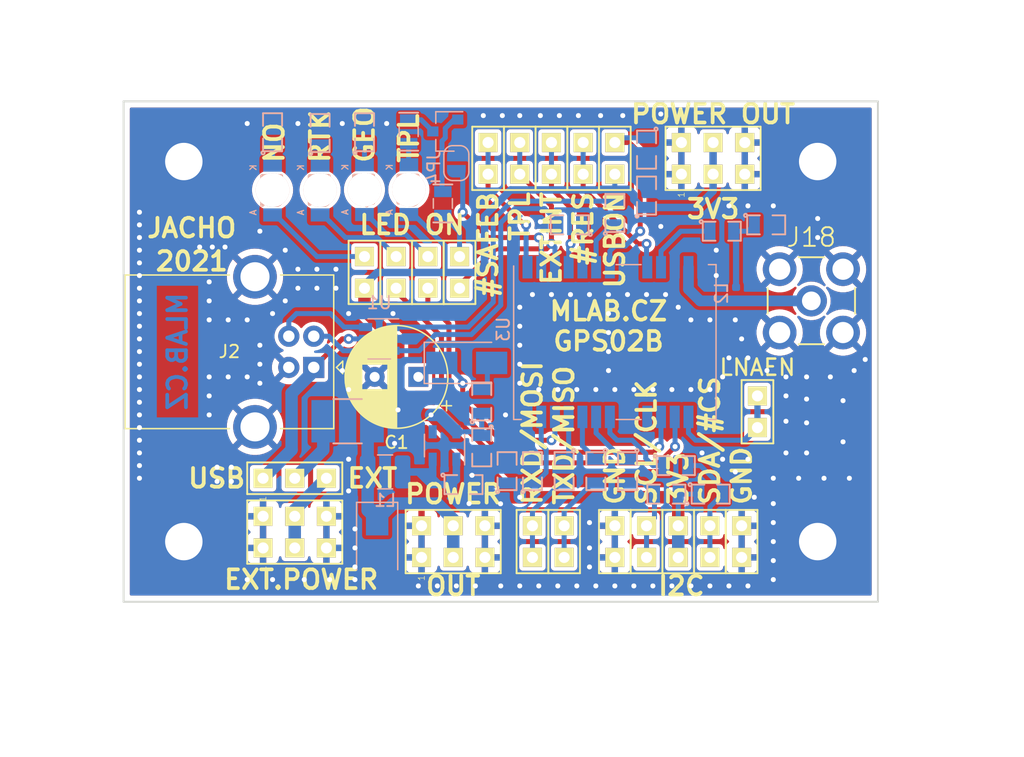
<source format=kicad_pcb>
(kicad_pcb (version 20221018) (generator pcbnew)
  (title_block (title "GPS02B") (date "2024-04-11") (rev "B") (company "Mlab www.mlab.cz") (comment 1 "VERSION") (comment 2 "GNSS reciever ready to RTK"))
  (layers (0 "F.Cu" signal) (31 "B.Cu" signal) (34 "B.Paste" user) (35 "F.Paste" user) (36 "B.SilkS" user "B.Silkscreen") (37 "F.SilkS" user "F.Silkscreen") (38 "B.Mask" user) (39 "F.Mask" user) (44 "Edge.Cuts" user))
  (net 0 "")
  (net 1 "GND")
  (net 2 "/VBACKUP")
  (net 3 "Net-(C2-Pad1)")
  (net 4 "+3V3")
  (net 5 "Net-(C7-Pad1)")
  (net 6 "Net-(D1-Pad2)")
  (net 7 "Net-(D2-Pad1)")
  (net 8 "Net-(D3-Pad1)")
  (net 9 "Net-(F1-Pad1)")
  (net 10 "Net-(J1-Pad3)")
  (net 11 "/D+")
  (net 12 "/D-")
  (net 13 "/VBUS")
  (net 14 "/TXD{slash}MISO")
  (net 15 "/RXD{slash}MOSI")
  (net 16 "/SDA{slash}#CS")
  (net 17 "/SCL{slash}CLK")
  (net 18 "/LNEN")
  (net 19 "/TIMEPULSE")
  (net 20 "Net-(Q1-Pad1)")
  (net 21 "Net-(JP7-Pad1)")
  (net 22 "/RTK_STAT")
  (net 23 "Net-(JP8-Pad1)")
  (net 24 "/GEO_STAT")
  (net 25 "Net-(R4-Pad1)")
  (net 26 "/DM")
  (net 27 "Net-(R5-Pad1)")
  (net 28 "/DP")
  (net 29 "Net-(R6-Pad1)")
  (net 30 "Net-(R7-Pad1)")
  (net 31 "Net-(R8-Pad1)")
  (net 32 "Net-(R9-Pad1)")
  (net 33 "Net-(R11-Pad1)")
  (net 36 "Net-(D4-Pad1)")
  (net 37 "Net-(D5-Pad1)")
  (net 38 "Net-(D6-Pad1)")
  (net 39 "Net-(D3-Pad2)")
  (net 40 "Net-(J16-Pad1)")
  (net 41 "/EXTINT")
  (net 42 "/#SAFEB")
  (net 43 "/#RESET")
  (net 44 "/VDD_USB")
  (net 45 "/D_SEL")
  (net 46 "Net-(J18-Pad1)")
  (net 47 "Net-(Q1-Pad3)")
  (footprint "Capacitor_THT:CP_Radial_D8.0mm_P3.50mm" (layer "F.Cu") (at 23.876 -18.288 180)
    (fp_text reference "C1")
    (fp_text value "1F" hide)
  )
  (footprint "Mlab_Pin_Headers:Straight_2x03" (layer "F.Cu") (at 13.97 -5.842 90)
    (fp_text reference "J1" hide)
    (fp_text value "HEADER_2x03_PARALLEL" hide)
  )
  (footprint "Connector_USB:USB_B_OST_USB-B1HSxx_Horizontal" (layer "F.Cu") (at 15.494 -19.05 180)
    (fp_text reference "J2")
    (fp_text value "USB_B")
  )
  (footprint "Mlab_Pin_Headers:Straight_2x03" (layer "F.Cu") (at 26.67 -5.08 90)
    (fp_text reference "J3" hide)
    (fp_text value "HEADER_2x03_PARALLEL" hide)
  )
  (footprint "Mlab_Pin_Headers:Straight_2x01" (layer "F.Cu") (at 35.56 -5.08 -90)
    (fp_text reference "J4" hide)
    (fp_text value "HEADER_2x01_PARALLEL" hide)
  )
  (footprint "Mlab_Pin_Headers:Straight_2x01" (layer "F.Cu") (at 33.02 -5.08 -90)
    (fp_text reference "J5" hide)
    (fp_text value "HEADER_2x01_PARALLEL" hide)
  )
  (footprint "Mlab_Pin_Headers:Straight_2x01" (layer "F.Cu") (at 47.244 -5.08 -90)
    (fp_text reference "J6" hide)
    (fp_text value "HEADER_2x01_PARALLEL" hide)
  )
  (footprint "Mlab_Pin_Headers:Straight_2x01" (layer "F.Cu") (at 44.704 -5.08 -90)
    (fp_text reference "J8" hide)
    (fp_text value "HEADER_2x01_PARALLEL" hide)
  )
  (footprint "Mlab_Pin_Headers:Straight_2x01" (layer "F.Cu") (at 49.784 -5.08 -90)
    (fp_text reference "J9" hide)
    (fp_text value "HEADER_2x01_PARALLEL" hide)
  )
  (footprint "Mlab_Pin_Headers:Straight_2x01" (layer "F.Cu") (at 39.624 -5.08 -90)
    (fp_text reference "J10" hide)
    (fp_text value "HEADER_2x01_PARALLEL" hide)
  )
  (footprint "Mlab_Pin_Headers:Straight_2x01" (layer "F.Cu") (at 34.544 -35.814 90)
    (fp_text reference "J11" hide)
    (fp_text value "HEADER_2x01_PARALLEL" hide)
  )
  (footprint "Mlab_Pin_Headers:Straight_2x01" (layer "F.Cu") (at 37.084 -35.814 -90)
    (fp_text reference "J13" hide)
    (fp_text value "HEADER_2x01_PARALLEL" hide)
  )
  (footprint "Mlab_Pin_Headers:Straight_2x01" (layer "F.Cu") (at 51.054 -15.494 -90)
    (fp_text reference "J14" hide)
    (fp_text value "HEADER_2x01_PARALLEL" hide)
  )
  (footprint "Mlab_Pin_Headers:Straight_2x03" (layer "F.Cu") (at 47.498 -35.814 90)
    (fp_text reference "J15" hide)
    (fp_text value "HEADER_2x03_PARALLEL" hide)
  )
  (footprint "Mlab_Pin_Headers:Straight_2x01" (layer "F.Cu") (at 32.004 -35.814 90)
    (fp_text reference "J16" hide)
    (fp_text value "HEADER_2x01_PARALLEL" hide)
  )
  (footprint "Mlab_CON:SMA6251A13G50" (layer "F.Cu") (at 55.372 -24.384)
    (fp_text reference "J18")
    (fp_text value "SMA" hide)
  )
  (footprint "Mlab_Pin_Headers:Straight_1x02" (layer "F.Cu") (at 27.178 -26.67 180)
    (fp_text reference "JP6" hide)
    (fp_text value "Jumper_2_Bridged" hide)
  )
  (footprint "Mlab_Pin_Headers:Straight_1x02" (layer "F.Cu") (at 22.098 -26.67 180)
    (fp_text reference "JP7" hide)
    (fp_text value "Jumper_2_Open" hide)
  )
  (footprint "Mlab_Pin_Headers:Straight_1x02" (layer "F.Cu") (at 24.638 -26.67 180)
    (fp_text reference "JP8" hide)
    (fp_text value "Jumper_2_Open" hide)
  )
  (footprint "Mlab_Mechanical:MountingHole_3mm" (layer "F.Cu") (at 5.08 -5.08)
    (fp_text reference "M1" hide)
    (fp_text value "HOLE" hide)
  )
  (footprint "Mlab_Mechanical:MountingHole_3mm" (layer "F.Cu") (at 55.88 -35.56)
    (fp_text reference "M2" hide)
    (fp_text value "HOLE" hide)
  )
  (footprint "Mlab_Mechanical:MountingHole_3mm" (layer "F.Cu") (at 55.88 -5.08)
    (fp_text reference "M3" hide)
    (fp_text value "HOLE" hide)
  )
  (footprint "Mlab_Mechanical:MountingHole_3mm" (layer "F.Cu") (at 5.08 -35.56)
    (fp_text reference "M4" hide)
    (fp_text value "HOLE" hide)
  )
  (footprint "Mlab_Pin_Headers:Straight_1x03" (layer "F.Cu") (at 13.97 -10.16 90)
    (fp_text reference "JP1" hide)
    (fp_text value "Jumper_3_Bridged12" hide)
  )
  (footprint "Mlab_Pin_Headers:Straight_1x02" (layer "F.Cu") (at 19.558 -26.67 180)
    (fp_text reference "JP9" hide)
    (fp_text value "Jumper_2_Open" hide)
  )
  (footprint "Mlab_Pin_Headers:Straight_1x02" (layer "F.Cu") (at 39.624 -35.814)
    (fp_text reference "JP2" hide)
    (fp_text value "Jumper_2_Bridged" hide)
  )
  (footprint "Mlab_Pin_Headers:Straight_2x01" (layer "F.Cu") (at 29.464 -35.814 -90)
    (fp_text reference "J12" hide)
    (fp_text value "HEADER_2x01_PARALLEL" hide)
  )
  (footprint "Mlab_Pin_Headers:Straight_2x01" (layer "F.Cu") (at 42.164 -5.08 -90)
    (fp_text reference "J7" hide)
    (fp_text value "HEADER_2x01_PARALLEL" hide)
  )
  (footprint "Mlab_R:SMD-0805" (layer "B.Cu") (at 28.956 -12.6365 -90)
    (fp_text reference "C3")
    (fp_text value "1uF")
  )
  (footprint "Mlab_R:SMD-0805" (layer "B.Cu") (at 42.164 -32.8295 90)
    (fp_text reference "C6")
    (fp_text value "1uF")
  )
  (footprint "Mlab_R:SMD-0805" (layer "B.Cu") (at 51.7525 -30.48)
    (fp_text reference "C7")
    (fp_text value "47pF")
  )
  (footprint "Diode_SMD:D_SMA" (layer "B.Cu") (at 27.75 -19.41)
    (fp_text reference "D1" hide)
    (fp_text value "M4" hide)
  )
  (footprint "Diode_SMD:D_SMA" (layer "B.Cu") (at 20.574 -4.826 -90)
    (fp_text reference "D2" hide)
    (fp_text value "M4" hide)
  )
  (footprint "Mlab_D:LED_1206" (layer "B.Cu") (at 12.192 -33.274 90)
    (fp_text reference "D3")
    (fp_text value "RED" hide)
  )
  (footprint "Mlab_D:LED_1206" (layer "B.Cu") (at 16.002 -33.274 90)
    (fp_text reference "D5")
    (fp_text value "YELLOW" hide)
  )
  (footprint "Mlab_D:LED_1206" (layer "B.Cu") (at 23.114 -33.306 90)
    (fp_text reference "D6")
    (fp_text value "GREEN" hide)
  )
  (footprint "Mlab_F:1812" (layer "B.Cu") (at 18.206 -14.732)
    (fp_text reference "F1" hide)
    (fp_text value "750mA" hide)
  )
  (footprint "Inductor_SMD:L_1210_3225Metric" (layer "B.Cu") (at 21.212 -10.668)
    (fp_text reference "L1")
    (fp_text value "NL322522T-101K" hide)
  )
  (footprint "Inductor_SMD:L_0402_1005Metric" (layer "B.Cu") (at 49.34 -24.99 -90)
    (fp_text reference "L2")
    (fp_text value "27nH" hide)
  )
  (footprint "Mlab_R:SMD-0805" (layer "B.Cu") (at 28.956 -16.3195 90)
    (fp_text reference "R1")
    (fp_text value "22R")
  )
  (footprint "Mlab_R:SMD-0805" (layer "B.Cu") (at 47.3075 -8.89)
    (fp_text reference "R2")
    (fp_text value "10k")
  )
  (footprint "Mlab_R:SMD-0805" (layer "B.Cu") (at 43.7515 -8.89 180)
    (fp_text reference "R3")
    (fp_text value "10k")
  )
  (footprint "Mlab_R:SMD-0805" (layer "B.Cu") (at 36.0045 -30.48 180)
    (fp_text reference "R4")
    (fp_text value "33R")
  )
  (footprint "Mlab_R:SMD-0805" (layer "B.Cu") (at 38.1 -10.7315 -90)
    (fp_text reference "R6")
    (fp_text value "33R")
  )
  (footprint "Mlab_R:SMD-0805" (layer "B.Cu") (at 35.56 -10.7315 -90)
    (fp_text reference "R7")
    (fp_text value "33R")
  )
  (footprint "Mlab_R:SMD-0805" (layer "B.Cu") (at 44.5135 -11.176)
    (fp_text reference "R8")
    (fp_text value "33R")
  )
  (footprint "Mlab_R:SMD-0805" (layer "B.Cu") (at 40.64 -10.7315 -90)
    (fp_text reference "R9")
    (fp_text value "33R")
  )
  (footprint "Mlab_R:SMD-0805" (layer "B.Cu") (at 12.192 -37.9095 90)
    (fp_text reference "R10")
    (fp_text value "620R")
  )
  (footprint "Mlab_R:SMD-0805" (layer "B.Cu") (at 48.1965 -29.972)
    (fp_text reference "R11")
    (fp_text value "10R")
  )
  (footprint "Mlab_R:SMD-0805" (layer "B.Cu") (at 16.002 -37.846 90)
    (fp_text reference "R13")
    (fp_text value "620R")
  )
  (footprint "RF_GPS:ublox_NEO" (layer "B.Cu") (at 39.624 -21.082 -90)
    (fp_text reference "U3")
    (fp_text value "NEO-M8P")
  )
  (footprint "Mlab_R:SMD-0805" (layer "B.Cu") (at 27.4955 -9.652)
    (fp_text reference "C2")
    (fp_text value "10uF")
  )
  (footprint "Package_TO_SOT_SMD:SOT-23-5" (layer "B.Cu") (at 25.974 -12.784 90)
    (fp_text reference "U2" hide)
    (fp_text value "MIC5504-3.3YM5" hide)
  )
  (footprint "Mlab_R:SMD-0805" (layer "B.Cu") (at 39.624 -31.4325 90)
    (fp_text reference "R5")
    (fp_text value "33R")
  )
  (footprint "Jumper:SolderJumper-2_P1.3mm_Open_RoundedPad1.0x1.5mm" (layer "B.Cu") (at 26.924 -35.433 -90)
    (fp_text reference "JP4")
    (fp_text value "Jumper_2_Open" hide)
  )
  (footprint "Mlab_R:SMD-0805" (layer "B.Cu") (at 30.988 -10.7315 90)
    (fp_text reference "C4")
    (fp_text value "100nF")
  )
  (footprint "Package_TO_SOT_SMD:SOT-23-6" (layer "B.Cu") (at 20.744 -21.336 180)
    (fp_text reference "U1")
    (fp_text value "USBLC6-2SC6" hide)
  )
  (footprint "Mlab_R:SMD-0805" (layer "B.Cu") (at 33.02 -10.7315 90)
    (fp_text reference "C5")
    (fp_text value "1uF")
  )
  (footprint "Mlab_R:SMD-0805" (layer "B.Cu") (at 42.164 -36.5125 -90)
    (fp_text reference "R15")
    (fp_text value "10k")
  )
  (footprint "Mlab_R:SMD-0805" (layer "B.Cu") (at 19.558 -37.9095 90)
    (fp_text reference "R12")
    (fp_text value "620R")
  )
  (footprint "Mlab_D:LED_1206" (layer "B.Cu") (at 19.558 -33.306 90)
    (fp_text reference "D4")
    (fp_text value "YELLOW" hide)
  )
  (footprint "Mlab_R:SMD-0805" (layer "B.Cu") (at 23.1 -37.9525 -90)
    (fp_text reference "R16")
    (fp_text value "220R")
  )
  (footprint "Mlab_R:SMD-0805" (layer "B.Cu") (at 25.84 -32.1975 90)
    (fp_text reference "R14")
    (fp_text value "220R")
  )
  (footprint "Package_TO_SOT_SMD:SOT-23" (layer "B.Cu") (at 26.035 -37.973 180)
    (fp_text reference "Q1" hide)
    (fp_text value "BC817-25" hide)
  )
  (gr_line (start 0.254 -0.254) (end 0.254 -40.386) (stroke (width 0.15)) (layer "Edge.Cuts"))
  (gr_line (start 0.254 -0.254) (end 60.706 -0.254) (stroke (width 0.15)) (layer "Edge.Cuts"))
  (gr_line (start 60.706 -40.386) (end 0.254 -40.386) (stroke (width 0.15)) (layer "Edge.Cuts"))
  (gr_line (start 60.706 -40.386) (end 60.706 -0.254) (stroke (width 0.15)) (layer "Edge.Cuts"))
  (gr_text "MLAB.CZ" (at 4.572 -20.32 90) (layer "B.Cu") (effects (font (size 1.5 1.5) (thickness 0.3)) (justify mirror)))
  (gr_text "EXT" (at 22.352 -10.16) (layer "F.SilkS") (effects (font (size 1.5 1.5) (thickness 0.3)) (justify right)))
  (gr_text "POWER" (at 26.67 -8.89) (layer "F.SilkS") (effects (font (size 1.5 1.5) (thickness 0.3))))
  (gr_text "OUT" (at 26.67 -1.524) (layer "F.SilkS") (effects (font (size 1.5 1.5) (thickness 0.3))))
  (gr_text "GND" (at 49.784 -7.874 90) (layer "F.SilkS") (effects (font (size 1.5 1.5) (thickness 0.3)) (justify left)))
  (gr_text "TXD/MISO" (at 35.56 -7.874 90) (layer "F.SilkS") (effects (font (size 1.5 1.5) (thickness 0.3)) (justify left)))
  (gr_text "RXD/MOSI" (at 33.02 -7.874 90) (layer "F.SilkS") (effects (font (size 1.5 1.5) (thickness 0.3)) (justify left)))
  (gr_text "LNAEN" (at 51.054 -19.05) (layer "F.SilkS") (effects (font (size 1.3 1.3) (thickness 0.2))))
  (gr_text "ON" (at 12.192 -35.306 270) (layer "F.SilkS") (effects (font (size 1.5 1.5) (thickness 0.3)) (justify right)))
  (gr_text "3V3" (at 47.498 -31.75) (layer "F.SilkS") (effects (font (size 1.5 1.5) (thickness 0.3))))
  (gr_text "#SAFEB" (at 29.464 -33.274 90) (layer "F.SilkS") (effects (font (size 1.5 1.5) (thickness 0.3)) (justify right)))
  (gr_text "USBON" (at 39.624 -33.274 90) (layer "F.SilkS") (effects (font (size 1.5 1.5) (thickness 0.3)) (justify right)))
  (gr_text "MLAB.CZ\nGPS02B" (at 39.116 -22.352) (layer "F.SilkS") (effects (font (size 1.5 1.5) (thickness 0.3))))
  (gr_text "2021" (at 5.715 -27.559) (layer "F.SilkS") (effects (font (size 1.5 1.5) (thickness 0.3))))
  (gr_text "RTK" (at 16.002 -35.306 90) (layer "F.SilkS") (effects (font (size 1.5 1.5) (thickness 0.3)) (justify left)))
  (gr_text "EXTINT" (at 34.544 -33.274 90) (layer "F.SilkS") (effects (font (size 1.5 1.5) (thickness 0.3)) (justify right)))
  (gr_text "USB" (at 10.16 -10.16) (layer "F.SilkS") (effects (font (size 1.5 1.5) (thickness 0.3)) (justify right)))
  (gr_text "3V3" (at 44.704 -7.874 90) (layer "F.SilkS") (effects (font (size 1.5 1.5) (thickness 0.3)) (justify left)))
  (gr_text "TPL" (at 23.114 -35.306 90) (layer "F.SilkS") (effects (font (size 1.5 1.5) (thickness 0.3)) (justify left)))
  (gr_text "SCL/CLK" (at 42.164 -7.874 90) (layer "F.SilkS") (effects (font (size 1.5 1.5) (thickness 0.3)) (justify left)))
  (gr_text "I2C" (at 44.958 -1.524) (layer "F.SilkS") (effects (font (size 1.5 1.5) (thickness 0.3))))
  (gr_text "JACHO" (at 5.715 -30.226) (layer "F.SilkS") (effects (font (size 1.5 1.5) (thickness 0.3))))
  (gr_text "LED ON" (at 23.368 -30.48) (layer "F.SilkS") (effects (font (size 1.5 1.5) (thickness 0.3))))
  (gr_text "#RES" (at 37.084 -33.274 90) (layer "F.SilkS") (effects (font (size 1.5 1.5) (thickness 0.3)) (justify right)))
  (gr_text "EXT.POWER" (at 20.828 -2.032) (layer "F.SilkS") (effects (font (size 1.5 1.5) (thickness 0.3)) (justify right)))
  (gr_text "SDA/#CS" (at 47.244 -7.874 90) (layer "F.SilkS") (effects (font (size 1.5 1.5) (thickness 0.3)) (justify left)))
  (gr_text "GEO" (at 19.558 -35.306 90) (layer "F.SilkS") (effects (font (size 1.5 1.5) (thickness 0.3)) (justify left)))
  (gr_text "POWER OUT" (at 47.498 -39.37) (layer "F.SilkS") (effects (font (size 1.5 1.5) (thickness 0.3))))
  (gr_text "GND" (at 39.624 -7.874 90) (layer "F.SilkS") (effects (font (size 1.5 1.5) (thickness 0.3)) (justify left)))
  (gr_text "TPL" (at 32.004 -33.274 90) (layer "F.SilkS") (effects (font (size 1.5 1.5) (thickness 0.3)) (justify right)))
  (segment (start 16.764 -2.032) (end 14.732 -2.032) (width 0.5) (layer "F.Cu") (net 1))
  (segment (start 47.244 -17.272) (end 48.26 -18.288) (width 0.5) (layer "F.Cu") (net 1))
  (segment (start 43.688 -24.892) (end 42.164 -24.892) (width 0.5) (layer "F.Cu") (net 1))
  (segment (start 49.784 -20.32) (end 50.292 -19.812) (width 0.5) (layer "F.Cu") (net 1))
  (segment (start 52.324 -11.176) (end 52.324 -10.16) (width 0.5) (layer "F.Cu") (net 1))
  (segment (start 12.192 -2.032) (end 10.16 -2.032) (width 0.5) (layer "F.Cu") (net 1))
  (segment (start 18.796 -4.572) (end 18.796 -6.096) (width 0.5) (layer "F.Cu") (net 1))
  (segment (start 51.816 -11.684) (end 52.324 -11.176) (width 0.5) (layer "F.Cu") (net 1))
  (segment (start 15.748 -26.924) (end 14.224 -26.924) (width 0.5) (layer "F.Cu") (net 1))
  (segment (start 41.148 -1.524) (end 42.672 -1.524) (width 0.5) (layer "F.Cu") (net 1))
  (segment (start 35.052 -17.272) (end 36.576 -17.272) (width 0.5) (layer "F.Cu") (net 1))
  (segment (start 52.324 -2.032) (end 52.324 -3.556) (width 0.5) (layer "F.Cu") (net 1))
  (segment (start 22.246182 -15.642182) (end 22.246182 -15.27218) (width 0.5) (layer "F.Cu") (net 1))
  (segment (start 44.196 -1.524) (end 45.72 -1.524) (width 0.5) (layer "F.Cu") (net 1))
  (segment (start 18.288 -18.288) (end 17.78 -18.796) (width 0.5) (layer "F.Cu") (net 1))
  (segment (start 32.004 -23.876) (end 32.004 -22.352) (width 0.5) (layer "F.Cu") (net 1))
  (segment (start 39.116 -24.892) (end 39.116 -23.368) (width 0.5) (layer "F.Cu") (net 1))
  (segment (start 52.324 -11.176) (end 53.34 -12.192) (width 0.5) (layer "F.Cu") (net 1))
  (segment (start 18.288 -17.272) (end 18.288 -18.288) (width 0.5) (layer "F.Cu") (net 1))
  (segment (start 41.148 -17.272) (end 42.672 -17.272) (width 0.5) (layer "F.Cu") (net 1))
  (segment (start 49.276 -10.668) (end 48.26 -11.684) (width 0.5) (layer "F.Cu") (net 1))
  (segment (start 54.356 -10.16) (end 56.388 -10.16) (width 0.5) (layer "F.Cu") (net 1))
  (segment (start 18.796 -3.048) (end 18.796 -2.032) (width 0.5) (layer "F.Cu") (net 1))
  (segment (start 48.768 -1.524) (end 50.292 -1.524) (width 0.5) (layer "F.Cu") (net 1))
  (segment (start 44.704 -23.876) (end 45.72 -22.86) (width 0.5) (layer "F.Cu") (net 1))
  (segment (start 30.448364 -8.128) (end 30.464182 -8.112182) (width 0.5) (layer "F.Cu") (net 1))
  (segment (start 51.308 -8.128) (end 50.8 -8.636) (width 0.5) (layer "F.Cu") (net 1))
  (segment (start 34.544 -24.892) (end 33.02 -24.892) (width 0.5) (layer "F.Cu") (net 1))
  (segment (start 36.576 -1.524) (end 38.1 -1.524) (width 0.5) (layer "F.Cu") (net 1))
  (segment (start 10.784 -26.32) (end 10.764 -26.32) (width 0.5) (layer "F.Cu") (net 1))
  (segment (start 50.292 -11.684) (end 51.816 -11.684) (width 0.5) (layer "F.Cu") (net 1))
  (segment (start 52.324 -8.128) (end 51.308 -8.128) (width 0.5) (layer "F.Cu") (net 1))
  (segment (start 50.038 -34.544) (end 50.038 -32.258) (width 0.5) (layer "F.Cu") (net 1))
  (segment (start 33.528 -1.524) (end 35.052 -1.524) (width 0.5) (layer "F.Cu") (net 1))
  (segment (start 44.196 -17.272) (end 45.72 -17.272) (width 0.5) (layer "F.Cu") (net 1))
  (segment (start 52.324 -5.08) (end 52.324 -6.604) (width 0.5) (layer "F.Cu") (net 1))
  (segment (start 14.224 -25.4) (end 15.748 -25.4) (width 0.5) (layer "F.Cu") (net 1))
  (segment (start 22.246182 -15.27218) (end 21.706002 -14.732) (width 0.5) (layer "F.Cu") (net 1))
  (segment (start 39.116 -21.844) (end 39.116 -20.32) (width 0.5) (layer "F.Cu") (net 1))
  (segment (start 33.02 -17.78) (end 33.528 -17.272) (width 0.5) (layer "F.Cu") (net 1))
  (segment (start 38.1 -17.272) (end 39.624 -17.272) (width 0.5) (layer "F.Cu") (net 1))
  (segment (start 12.7 -28.448) (end 11.176 -29.972) (width 0.5) (layer "F.Cu") (net 1))
  (segment (start 47.244 -1.524) (end 48.768 -1.524) (width 0.5) (layer "F.Cu") (net 1))
  (segment (start 49.784 -21.336) (end 49.784 -20.32) (width 0.5) (layer "F.Cu") (net 1))
  (segment (start 40.64 -24.892) (end 39.116 -24.892) (width 0.5) (layer "F.Cu") (net 1))
  (segment (start 30.48 -1.524) (end 32.004 -1.524) (width 0.5) (layer "F.Cu") (net 1))
  (segment (start 37.592 -3.048) (end 37.592 -4.572) (width 0.5) (layer "F.Cu") (net 1))
  (segment (start 32.004 -17.78) (end 33.02 -17.78) (width 0.5) (layer "F.Cu") (net 1))
  (segment (start 13.208 -28.448) (end 12.7 -28.448) (width 0.5) (layer "F.Cu") (net 1))
  (segment (start 32.004 -20.828) (end 32.004 -19.304) (width 0.5) (layer "F.Cu") (net 1))
  (segment (start 18.288 -9.144) (end 18.288 -11.684) (width 0.5) (layer "F.Cu") (net 1))
  (segment (start 47.244 -22.86) (end 49.276 -22.86) (width 0.5) (layer "F.Cu") (net 1))
  (segment (start 39.624 -1.524) (end 41.148 -1.524) (width 0.5) (layer "F.Cu") (net 1))
  (segment (start 58.42 -10.16) (end 58.42 -10.668) (width 0.5) (layer "F.Cu") (net 1))
  (segment (start 37.592 -24.892) (end 36.068 -24.892) (width 0.5) (layer "F.Cu") (net 1))
  (segment (start 27.94 -8.128) (end 30.448364 -8.128) (width 0.5) (layer "F.Cu") (net 1))
  (segment (start 21.336 -38.608) (end 17.78 -38.608) (width 0.5) (layer "F.Cu") (net 1))
  (segment (start 55.88 -30.988) (end 55.88 -29.464) (width 0.5) (layer "F.Cu") (net 1))
  (segment (start 47.752 -28.448) (end 47.752 -26.416) (width 0.5) (layer "F.Cu") (net 1))
  (segment (start 17.272 -25.4) (end 17.272 -26.924) (width 0.5) (layer "F.Cu") (net 1))
  (segment (start 10.764 -26.32) (end 8.382 -28.702) (width 0.5) (layer "F.Cu") (net 1))
  (segment (start 17.78 -38.608) (end 14.224 -38.608) (width 0.5) (layer "F.Cu") (net 1))
  (segment (start 53.34 -14.732) (end 53.34 -16.764) (width 0.5) (layer "F.Cu") (net 1))
  (segment (start 50.038 -32.258) (end 50.292 -32.004) (width 0.5) (layer "F.Cu") (net 1))
  (segment (start 12.192 -23.368) (end 13.208 -24.384) (width 0.5) (layer "F.Cu") (net 1))
  (segment (start 50.292 -32.004) (end 52.324 -32.004) (width 0.5) (layer "F.Cu") (net 1))
  (segment (start 23.876 -1.524) (end 25.4 -1.524) (width 0.5) (layer "F.Cu") (net 1))
  (segment (start 26.924 -1.524) (end 28.448 -1.524) (width 0.5) (layer "F.Cu") (net 1))
  (via (at 7.366 -28.702) (size 0.8) (drill 0.4) (layers "F.Cu" "B.Cu") (net 1))
  (via (at 6.35 -28.702) (size 0.8) (drill 0.4) (layers "F.Cu" "B.Cu") (net 1))
  (via (at 21.844 -23.368) (size 0.8) (drill 0.4) (layers "F.Cu" "B.Cu") (net 1))
  (via (at 33.655 -30.734) (size 0.8) (drill 0.4) (layers "F.Cu" "B.Cu") (net 1))
  (via (at 43.307 -30.353) (size 0.8) (drill 0.4) (layers "F.Cu" "B.Cu") (net 1))
  (via (at 46.609 -12.192) (size 0.8) (drill 0.4) (layers "F.Cu" "B.Cu") (net 1))
  (via (at 30.861 -15.24) (size 0.8) (drill 0.4) (layers "F.Cu" "B.Cu") (net 1))
  (via (at 21.971 -12.954) (size 0.8) (drill 0.4) (layers "F.Cu" "B.Cu") (net 1))
  (via (at 7.747 -11.049) (size 0.8) (drill 0.4) (layers "F.Cu" "B.Cu") (net 1))
  (via (at 7.747 -9.906) (size 0.8) (drill 0.4) (layers "F.Cu" "B.Cu") (net 1))
  (via (at 8.89 -9.906) (size 0.8) (drill 0.4) (layers "F.Cu" "B.Cu") (net 1))
  (via (at 8.89 -11.049) (size 0.8) (drill 0.4) (layers "F.Cu" "B.Cu") (net 1))
  (via (at 34.544 -24.892) (size 0.8) (drill 0.4) (layers "F.Cu" "B.Cu") (net 1))
  (via (at 13.208 -28.448) (size 0.8) (drill 0.4) (layers "F.Cu" "B.Cu") (net 1))
  (via (at 52.324 -2.032) (size 0.8) (drill 0.4) (layers "F.Cu" "B.Cu") (net 1))
  (via (at 30.48 -1.524) (size 0.8) (drill 0.4) (layers "F.Cu" "B.Cu") (net 1))
  (via (at 12.192 -23.368) (size 0.8) (drill 0.4) (layers "F.Cu" "B.Cu") (net 1))
  (via (at 44.704 -23.876) (size 0.8) (drill 0.4) (layers "F.Cu" "B.Cu") (net 1))
  (via (at 33.02 -24.892) (size 0.8) (drill 0.4) (layers "F.Cu" "B.Cu") (net 1))
  (via (at 53.34 -16.764) (size 0.8) (drill 0.4) (layers "F.Cu" "B.Cu") (net 1))
  (via (at 40.64 -24.892) (size 0.8) (drill 0.4) (layers "F.Cu" "B.Cu") (net 1))
  (via (at 7.112 -15.24) (size 0.8) (drill 0.4) (layers "F.Cu" "B.Cu") (net 1))
  (via (at 56.896 -18.288) (size 0.8) (drill 0.4) (layers "F.Cu" "B.Cu") (net 1))
  (via (at 39.116 -21.844) (size 0.8) (drill 0.4) (layers "F.Cu" "B.Cu") (net 1))
  (via (at 49.276 -10.668) (size 0.8) (drill 0.4) (layers "F.Cu" "B.Cu") (net 1))
  (via (at 41.148 -17.272) (size 0.8) (drill 0.4) (layers "F.Cu" "B.Cu") (net 1))
  (via (at 11.176 -17.78) (size 0.8) (drill 0.4) (layers "F.Cu" "B.Cu") (net 1))
  (via (at 37.592 -24.892) (size 0.8) (drill 0.4) (layers "F.Cu" "B.Cu") (net 1))
  (via (at 18.288 -9.144) (size 0.8) (drill 0.4) (layers "F.Cu" "B.Cu") (net 1))
  (via (at 35.052 -1.524) (size 0.8) (drill 0.4) (layers "F.Cu" "B.Cu") (net 1))
  (via (at 28.178182 -10.398182) (size 0.8) (drill 0.4) (layers "F.Cu" "B.Cu") (net 1))
  (via (at 57.912 -16.383) (size 0.8) (drill 0.4) (layers "F.Cu" "B.Cu") (net 1))
  (via (at 53.34 -12.192) (size 0.8) (drill 0.4) (layers "F.Cu" "B.Cu") (net 1))
  (via (at 36.576 -1.524) (size 0.8) (drill 0.4) (layers "F.Cu" "B.Cu") (net 1))
  (via (at 37.592 -3.048) (size 0.8) (drill 0.4) (layers "F.Cu" "B.Cu") (net 1))
  (via (at 1.524 -26.416) (size 0.8) (drill 0.4) (layers "F.Cu" "B.Cu") (net 1))
  (via (at 39.624 -1.524) (size 0.8) (drill 0.4) (layers "F.Cu" "B.Cu") (net 1))
  (via (at 21.336 -38.608) (size 0.8) (drill 0.4) (layers "F.Cu" "B.Cu") (net 1))
  (via (at 45.72 -17.272) (size 0.8) (drill 0.4) (layers "F.Cu" "B.Cu") (net 1))
  (via (at 13.208 -24.384) (size 0.8) (drill 0.4) (layers "F.Cu" "B.Cu") (net 1))
  (via (at 45.72 -1.524) (size 0.8) (drill 0.4) (layers "F.Cu" "B.Cu") (net 1))
  (via (at 54.991 -14.605) (size 0.8) (drill 0.4) (layers "F.Cu" "B.Cu") (net 1))
  (via (at 44.196 -17.272) (size 0.8) (drill 0.4) (layers "F.Cu" "B.Cu") (net 1))
  (via (at 18.288 -17.272) (size 0.8) (drill 0.4) (layers "F.Cu" "B.Cu") (net 1))
  (via (at 48.768 -19.812) (size 0.8) (drill 0.4) (layers "F.Cu" "B.Cu") (net 1))
  (via (at 15.748 -26.924) (size 0.8) (drill 0.4) (layers "F.Cu" "B.Cu") (net 1))
  (via (at 1.524 -30.48) (size 0.8) (drill 0.4) (layers "F.Cu" "B.Cu") (net 1))
  (via (at 28.448 -1.524) (size 0.8) (drill 0.4) (layers "F.Cu" "B.Cu") (net 1))
  (via (at 32.004 -23.876) (size 0.8) (drill 0.4) (layers "F.Cu" "B.Cu") (net 1))
  (via (at 7.112 -22.86) (size 0.8) (drill 0.4) (layers "F.Cu" "B.Cu") (net 1))
  (via (at 27.94 -8.128) (size 0.8) (drill 0.4) (layers "F.Cu" "B.Cu") (net 1))
  (via (at 32.004 -22.352) (size 0.8) (drill 0.4) (layers "F.Cu" "B.Cu") (net 1))
  (via (at 29.083 -39.243) (size 0.8) (drill 0.4) (layers "F.Cu" "B.Cu") (net 1))
  (via (at 15.748 -25.4) (size 0.8) (drill 0.4) (layers "F.Cu" "B.Cu") (net 1))
  (via (at 50.292 -1.524) (size 0.8) (drill 0.4) (layers "F.Cu" "B.Cu") (net 1))
  (via (at 7.112 -24.384) (size 0.8) (drill 0.4) (layers "F.Cu" "B.Cu") (net 1))
  (via (at 37.592 -4.572) (size 0.8) (drill 0.4) (layers "F.Cu" "B.Cu") (net 1))
  (via (at 54.991 -18.288) (size 0.8) (drill 0.4) (layers "F.Cu" "B.Cu") (net 1))
  (via (at 33.528 -17.272) (size 0.8) (drill 0.4) (layers "F.Cu" "B.Cu") (net 1))
  (via (at 1.524 -10.16) (size 0.8) (drill 0.4) (layers "F.Cu" "B.Cu") (net 1))
  (via (at 47.244 -17.272) (size 0.8) (drill 0.4) (layers "F.Cu" "B.Cu") (net 1))
  (via (at 10.16 -18.288) (size 0.8) (drill 0.4) (layers "F.Cu" "B.Cu") (net 1))
  (via (at 1.524 -15.24) (size 0.8) (drill 0.4) (layers "F.Cu" "B.Cu") (net 1))
  (via (at 33.528 -1.524) (size 0.8) (drill 0.4) (layers "F.Cu" "B.Cu") (net 1))
  (via (at 36.068 -24.892) (size 0.8) (drill 0.4) (layers "F.Cu" "B.Cu") (net 1))
  (via (at 37.592 -6.604) (size 0.8) (drill 0.4) (layers "F.Cu" "B.Cu") (net 1))
  (via (at 38.1 -17.272) (size 0.8) (drill 0.4) (layers "F.Cu" "B.Cu") (net 1))
  (via (at 1.524 -25.4) (size 0.8) (drill 0.4) (layers "F.Cu" "B.Cu") (net 1))
  (via (at 8.636 -18.288) (size 0.8) (drill 0.4) (layers "F.Cu" "B.Cu") (net 1))
  (via (at 17.272 -26.924) (size 0.8) (drill 0.4) (layers "F.Cu" "B.Cu") (net 1))
  (via (at 50.292 -11.684) (size 0.8) (drill 0.4) (layers "F.Cu" "B.Cu") (net 1))
  (via (at 36.703 -39.243) (size 0.8) (drill 0.4) (layers "F.Cu" "B.Cu") (net 1))
  (via (at 32.004 -20.828) (size 0.8) (drill 0.4) (layers "F.Cu" "B.Cu") (net 1))
  (via (at 56.388 -10.16) (size 0.8) (drill 0.4) (layers "F.Cu" "B.Cu") (net 1))
  (via (at 53.34 -14.732) (size 0.8) (drill 0.4) (layers "F.Cu" "B.Cu") (net 1))
  (via (at 18.288 -11.684) (size 0.8) (drill 0.4) (layers "F.Cu" "B.Cu") (net 1))
  (via (at 58.42 -10.16) (size 0.8) (drill 0.4) (layers "F.Cu" "B.Cu") (net 1))
  (via (at 47.244 -22.86) (size 0.8) (drill 0.4) (layers "F.Cu" "B.Cu") (net 1))
  (via (at 32.004 -17.78) (size 0.8) (drill 0.4) (layers "F.Cu" "B.Cu") (net 1))
  (via (at 1.524 -29.464) (size 0.8) (drill 0.4) (layers "F.Cu" "B.Cu") (net 1))
  (via (at 41.148 -1.524) (size 0.8) (drill 0.4) (layers "F.Cu" "B.Cu") (net 1))
  (via (at 50.292 -19.812) (size 0.8) (drill 0.4) (layers "F.Cu" "B.Cu") (net 1))
  (via (at 8.382 -28.702) (size 0.8) (drill 0.4) (layers "F.Cu" "B.Cu") (net 1))
  (via (at 16.764 -2.032) (size 0.8) (drill 0.4) (layers "F.Cu" "B.Cu") (net 1))
  (via (at 10.16 -38.608) (size 0.8) (drill 0.4) (layers "F.Cu" "B.Cu") (net 1))
  (via (at 55.88 -29.464) (size 0.8) (drill 0.4) (layers "F.Cu" "B.Cu") (net 1))
  (via (at 30.607 -39.243) (size 0.8) (drill 0.4) (layers "F.Cu" "B.Cu") (net 1))
  (via (at 1.524 -17.272) (size 0.8) (drill 0.4) (layers "F.Cu" "B.Cu") (net 1))
  (via (at 7.112 -18.288) (size 0.8) (drill 0.4) (layers "F.Cu" "B.Cu") (net 1))
  (via (at 22.246182 -15.642182) (size 0.8) (drill 0.4) (layers "F.Cu" "B.Cu") (net 1))
  (via (at 11.176 -19.304) (size 0.8) (drill 0.4) (layers "F.Cu" "B.Cu") (net 1))
  (via (at 39.116 -23.368) (size 0.8) (drill 0.4) (layers "F.Cu" "B.Cu") (net 1))
  (via (at 33.655 -39.243) (size 0.8) (drill 0.4) (layers "F.Cu" "B.Cu") (net 1))
  (via (at 52.324 -3.556) (size 0.8) (drill 0.4) (layers "F.Cu" "B.Cu") (net 1))
  (via (at 43.307 -39.37) (size 0.8) (drill 0.4) (layers "F.Cu" "B.Cu") (net 1))
  (via (at 11.176 -29.972) (size 0.8) (drill 0.4) (layers "F.Cu" "B.Cu") (net 1))
  (via (at 36.576 -17.272) (size 0.8) (drill 0.4) (layers "F.Cu" "B.Cu") (net 1))
  (via (at 38.481 -39.243) (size 0.8) (drill 0.4) (layers "F.Cu" "B.Cu") (net 1))
  (via (at 1.524 -18.288) (size 0.8) (drill 0.4) (layers "F.Cu" "B.Cu") (net 1))
  (via (at 42.672 -17.272) (size 0.8) (drill 0.4) (layers "F.Cu" "B.Cu") (net 1))
  (via (at 26.924 -1.524) (size 0.8) (drill 0.4) (layers "F.Cu" "B.Cu") (net 1))
  (via (at 35.052 -17.272) (size 0.8) (drill 0.4) (layers "F.Cu" "B.Cu") (net 1))
  (via (at 43.688 -24.892) (size 0.8) (drill 0.4) (layers "F.Cu" "B.Cu") (net 1))
  (via (at 10.16 -22.86) (size 0.8) (drill 0.4) (layers "F.Cu" "B.Cu") (net 1))
  (via (at 54.356 -10.16) (size 0.8) (drill 0.4) (layers "F.Cu" "B.Cu") (net 1))
  (via (at 1.524 -19.304) (size 0.8) (drill 0.4) (layers "F.Cu" "B.Cu") (net 1))
  (via (at 1.524 -23.368) (size 0.8) (drill 0.4) (layers "F.Cu" "B.Cu") (net 1))
  (via (at 52.324 -10.16) (size 0.8) (drill 0.4) (layers "F.Cu" "B.Cu") (net 1))
  (via (at 35.179 -39.243) (size 0.8) (drill 0.4) (layers "F.Cu" "B.Cu") (net 1))
  (via (at 1.524 -13.208) (size 0.8) (drill 0.4) (layers "F.Cu" "B.Cu") (net 1))
  (via (at 51.816 -18.796) (size 0.8) (drill 0.4) (layers "F.Cu" "B.Cu") (net 1))
  (via (at 18.796 -3.048) (size 0.8) (drill 0.4) (layers "F.Cu" "B.Cu") (net 1))
  (via (at 17.272 -25.4) (size 0.8) (drill 0.4) (layers "F.Cu" "B.Cu") (net 1))
  (via (at 39.116 -20.32) (size 0.8) (drill 0.4) (layers "F.Cu" "B.Cu") (net 1))
  (via (at 50.292 -32.004) (size 0.8) (drill 0.4) (layers "F.Cu" "B.Cu") (net 1))
  (via (at 17.78 -38.608) (size 0.8) (drill 0.4) (layers "F.Cu" "B.Cu") (net 1))
  (via (at 53.34 -18.288) (size 0.8) (drill 0.4) (layers "F.Cu" "B.Cu") (net 1))
  (via (at 1.524 -16.256) (size 0.8) (drill 0.4) (layers "F.Cu" "B.Cu") (net 1))
  (via (at 32.004 -19.304) (size 0.8) (drill 0.4) (layers "F.Cu" "B.Cu") (net 1))
  (via (at 1.524 -31.496) (size 0.8) (drill 0.4) (layers "F.Cu" "B.Cu") (net 1))
  (via (at 48.768 -1.524) (size 0.8) (drill 0.4) (layers "F.Cu" "B.Cu") (net 1))
  (via (at 12.192 -2.032) (size 0.8) (drill 0.4) (layers "F.Cu" "B.Cu") (net 1))
  (via (at 49.784 -21.336) (size 0.8) (drill 0.4) (layers "F.Cu" "B.Cu") (net 1))
  (via (at 25.4 -1.524) (size 0.8) (drill 0.4) (layers "F.Cu" "B.Cu") (net 1))
  (via (at 52.324 -5.08) (size 0.8) (drill 0.4) (layers "F.Cu" "B.Cu") (net 1))
  (via (at 14.224 -38.608) (size 0.8) (drill 0.4) (layers "F.Cu" "B.Cu") (net 1))
  (via (at 14.732 -2.032) (size 0.8) (drill 0.4) (layers "F.Cu" "B.Cu") (net 1))
  (via (at 1.524 -12.192) (size 0.8) (drill 0.4) (layers "F.Cu" "B.Cu") (net 1))
  (via (at 14.224 -26.924) (size 0.8) (drill 0.4) (layers "F.Cu" "B.Cu") (net 1))
  (via (at 52.324 -6.604) (size 0.8) (drill 0.4) (layers "F.Cu" "B.Cu") (net 1))
  (via (at 39.116 -18.796) (size 0.8) (drill 0.4) (layers "F.Cu" "B.Cu") (net 1))
  (via (at 47.752 -28.448) (size 0.8) (drill 0.4) (layers "F.Cu" "B.Cu") (net 1))
  (via (at 42.672 -1.524) (size 0.8) (drill 0.4) (layers "F.Cu" "B.Cu") (net 1))
  (via (at 42.164 -24.892) (size 0.8) (drill 0.4) (layers "F.Cu" "B.Cu") (net 1))
  (via (at 1.524 -11.176) (size 0.8) (drill 0.4) (layers "F.Cu" "B.Cu") (net 1))
  (via (at 44.196 -1.524) (size 0.8) (drill 0.4) (layers "F.Cu" "B.Cu") (net 1))
  (via (at 54.991 -12.192) (size 0.8) (drill 0.4) (layers "F.Cu" "B.Cu") (net 1))
  (via (at 40.259 -39.243) (size 0.8) (drill 0.4) (layers "F.Cu" "B.Cu") (net 1))
  (via (at 50.8 -8.636) (size 0.8) (drill 0.4) (layers "F.Cu" "B.Cu") (net 1))
  (via (at 18.796 -2.032) (size 0.8) (drill 0.4) (layers "F.Cu" "B.Cu") (net 1))
  (via (at 23.876 -1.524) (size 0.8) (drill 0.4) (layers "F.Cu" "B.Cu") (net 1))
  (via (at 55.88 -30.988) (size 0.8) (drill 0.4) (layers "F.Cu" "B.Cu") (net 1))
  (via (at 30.464182 -8.112182) (size 0.8) (drill 0.4) (layers "F.Cu" "B.Cu") (net 1))
  (via (at 48.26 -11.684) (size 0.8) (drill 0.4) (layers "F.Cu" "B.Cu") (net 1))
  (via (at 54.991 -16.51) (size 0.8) (drill 0.4) (layers "F.Cu" "B.Cu") (net 1))
  (via (at 7.112 -25.908) (size 0.8) (drill 0.4) (layers "F.Cu" "B.Cu") (net 1))
  (via (at 59.69 -19.685) (size 0.8) (drill 0.4) (layers "F.Cu" "B.Cu") (net 1))
  (via (at 47.752 -26.416) (size 0.8) (drill 0.4) (layers "F.Cu" "B.Cu") (net 1))
  (via (at 1.524 -24.384) (size 0.8) (drill 0.4) (layers "F.Cu" "B.Cu") (net 1))
  (via (at 17.78 -18.796) (size 0.8) (drill 0.4) (layers "F.Cu" "B.Cu") (net 1))
  (via (at 10.16 -2.032) (size 0.8) (drill 0.4) (layers "F.Cu" "B.Cu") (net 1))
  (via (at 57.912 -13.081) (size 0.8) (drill 0.4) (layers "F.Cu" "B.Cu") (net 1))
  (via (at 1.524 -22.352) (size 0.8) (drill 0.4) (layers "F.Cu" "B.Cu") (net 1))
  (via (at 18.288 -23.368) (size 0.8) (drill 0.4) (layers "F.Cu" "B.Cu") (net 1))
  (via (at 1.524 -28.448) (size 0.8) (drill 0.4) (layers "F.Cu" "B.Cu") (net 1))
  (via (at 39.624 -17.272) (size 0.8) (drill 0.4) (layers "F.Cu" "B.Cu") (net 1))
  (via (at 58.801 -18.796) (size 0.8) (drill 0.4) (layers "F.Cu" "B.Cu") (net 1))
  (via (at 52.324 -8.128) (size 0.8) (drill 0.4) (layers "F.Cu" "B.Cu") (net 1))
  (via (at 48.768 -32.004) (size 0.8) (drill 0.4) (layers "F.Cu" "B.Cu") (net 1))
  (via (at 1.524 -20.32) (size 0.8) (drill 0.4) (layers "F.Cu" "B.Cu") (net 1))
  (via (at 39.116 -24.892) (size 0.8) (drill 0.4) (layers "F.Cu" "B.Cu") (net 1))
  (via (at 45.72 -22.86) (size 0.8) (drill 0.4) (layers "F.Cu" "B.Cu") (net 1))
  (via (at 1.524 -27.432) (size 0.8) (drill 0.4) (layers "F.Cu" "B.Cu") (net 1))
  (via (at 18.796 -4.572) (size 0.8) (drill 0.4) (layers "F.Cu" "B.Cu") (net 1))
  (via (at 1.524 -14.224) (size 0.8) (drill 0.4) (layers "F.Cu" "B.Cu") (net 1))
  (via (at 18.796 -6.096) (size 0.8) (drill 0.4) (layers "F.Cu" "B.Cu") (net 1))
  (via (at 38.1 -1.524) (size 0.8) (drill 0.4) (layers "F.Cu" "B.Cu") (net 1))
  (via (at 7.112 -16.764) (size 0.8) (drill 0.4) (layers "F.Cu" "B.Cu") (net 1))
  (via (at 49.276 -22.86) (size 0.8) (drill 0.4) (layers "F.Cu" "B.Cu") (net 1))
  (via (at 47.244 -1.524) (size 0.8) (drill 0.4) (layers "F.Cu" "B.Cu") (net 1))
  (via (at 1.524 -21.336) (size 0.8) (drill 0.4) (layers "F.Cu" "B.Cu") (net 1))
  (via (at 52.324 -32.004) (size 0.8) (drill 0.4) (layers "F.Cu" "B.Cu") (net 1))
  (via (at 32.004 -39.243) (size 0.8) (drill 0.4) (layers "F.Cu" "B.Cu") (net 1))
  (via (at 32.004 -1.524) (size 0.8) (drill 0.4) (layers "F.Cu" "B.Cu") (net 1))
  (via (at 11.176 -20.828) (size 0.8) (drill 0.4) (layers "F.Cu" "B.Cu") (net 1))
  (via (at 8.636 -22.86) (size 0.8) (drill 0.4) (layers "F.Cu" "B.Cu") (net 1))
  (via (at 14.224 -25.4) (size 0.8) (drill 0.4) (layers "F.Cu" "B.Cu") (net 1))
  (via (at 48.26 -18.288) (size 0.8) (drill 0.4) (layers "F.Cu" "B.Cu") (net 1))
  (segment (start 54.864 -32.004) (end 55.88 -30.988) (width 0.5) (layer "B.Cu") (net 1))
  (segment (start 17.272 -25.4) (end 17.272 -24.384) (width 0.5) (layer "B.Cu") (net 1))
  (segment (start 42.164 -24.892) (end 40.64 -24.892) (width 0.5) (layer "B.Cu") (net 1))
  (segment (start 49.276 -22.86) (end 49.276 -21.844) (width 0.5) (layer "B.Cu") (net 1))
  (segment (start 28.178182 -8.366182) (end 27.94 -8.128) (width 0.5) (layer "B.Cu") (net 1))
  (segment (start 24.13 -3.81) (end 24.13 -1.778) (width 0.5) (layer "B.Cu") (net 1))
  (segment (start 25.4 -1.524) (end 26.924 -1.524) (width 0.5) (layer "B.Cu") (net 1))
  (segment (start 32.004 -1.524) (end 33.528 -1.524) (width 0.5) (layer "B.Cu") (net 1))
  (segment (start 52.324 -32.004) (end 54.864 -32.004) (width 0.5) (layer "B.Cu") (net 1))
  (segment (start 45.72 -22.86) (end 47.244 -22.86) (width 0.5) (layer "B.Cu") (net 1))
  (segment (start 14.732 -2.032) (end 12.192 -2.032) (width 0.5) (layer "B.Cu") (net 1))
  (segment (start 50.292 -19.812) (end 50.8 -19.812) (width 0.5) (layer "B.Cu") (net 1))
  (segment (start 48.26 -19.304) (end 48.768 -19.812) (width 0.5) (layer "B.Cu") (net 1))
  (segment (start 18.288 -11.684) (end 18.288 -17.272) (width 0.5) (layer "B.Cu") (net 1))
  (segment (start 45.72 -1.524) (end 47.244 -1.524) (width 0.5) (layer "B.Cu") (net 1))
  (segment (start 17.78 -38.608) (end 10.16 -38.608) (width 0.5) (layer "B.Cu") (net 1))
  (segment (start 32.004 -19.304) (end 32.004 -17.78) (width 0.5) (layer "B.Cu") (net 1))
  (segment (start 24.13 -1.778) (end 23.876 -1.524) (width 0.5) (layer "B.Cu") (net 1))
  (segment (start 36.576 -1.524) (end 36.576 -2.032) (width 0.5) (layer "B.Cu") (net 1))
  (segment (start 37.592 -4.572) (end 37.592 -6.604) (width 0.5) (layer "B.Cu") (net 1))
  (segment (start 50.292 -32.004) (end 48.768 -32.004) (width 0.5) (layer "B.Cu") (net 1))
  (segment (start 52.324 -3.556) (end 52.324 -5.08) (width 0.5) (layer "B.Cu") (net 1))
  (segment (start 16.51 -4.572) (end 18.796 -4.572) (width 0.5) (layer "B.Cu") (net 1))
  (segment (start 39.116 -20.32) (end 39.116 -18.796) (width 0.5) (layer "B.Cu") (net 1))
  (segment (start 52.324 -10.16) (end 54.356 -10.16) (width 0.5) (layer "B.Cu") (net 1))
  (segment (start 48.26 -11.684) (end 50.292 -11.684) (width 0.5) (layer "B.Cu") (net 1))
  (segment (start 42.672 -1.524) (end 44.196 -1.524) (width 0.5) (layer "B.Cu") (net 1))
  (segment (start 39.116 -23.368) (end 39.116 -21.844) (width 0.5) (layer "B.Cu") (net 1))
  (segment (start 11.684 -22.86) (end 12.192 -23.368) (width 0.5) (layer "B.Cu") (net 1))
  (segment (start 17.272 -26.924) (end 15.748 -26.924) (width 0.5) (layer "B.Cu") (net 1))
  (segment (start 18.796 -8.636) (end 18.288 -9.144) (width 0.5) (layer "B.Cu") (net 1))
  (segment (start 36.576 -2.032) (end 37.592 -3.048) (width 0.5) (layer "B.Cu") (net 1))
  (segment (start 10.16 -22.86) (end 11.684 -22.86) (width 0.5) (layer "B.Cu") (net 1))
  (segment (start 52.324 -6.604) (end 52.324 -8.128) (width 0.5) (layer "B.Cu") (net 1))
  (segment (start 44.424 -24.156) (end 44.704 -23.876) (width 0.5) (layer "B.Cu") (net 1))
  (segment (start 50.8 -8.636) (end 50.8 -9.144) (width 0.5) (layer "B.Cu") (net 1))
  (segment (start 28.448 -1.524) (end 30.48 -1.524) (width 0.5) (layer "B.Cu") (net 1))
  (segment (start 35.052 -1.524) (end 36.576 -1.524) (width 0.5) (layer "B.Cu") (net 1))
  (segment (start 44.424 -27.082) (end 44.424 -24.156) (width 0.5) (layer "B.Cu") (net 1))
  (segment (start 18.796 -6.096) (end 18.796 -8.636) (width 0.5) (layer "B.Cu") (net 1))
  (segment (start 28.178182 -10.398182) (end 28.178182 -8.366182) (width 0.5) (layer "B.Cu") (net 1))
  (segment (start 32.004 -22.352) (end 32.004 -20.828) (width 0.5) (layer "B.Cu") (net 1))
  (segment (start 53.34 -16.764) (end 53.34 -18.288) (width 0.5) (layer "B.Cu") (net 1))
  (segment (start 39.624 -17.272) (end 41.148 -17.272) (width 0.5) (layer "B.Cu") (net 1))
  (segment (start 51.816 -1.524) (end 52.324 -2.032) (width 0.5) (layer "B.Cu") (net 1))
  (segment (start 42.672 -17.272) (end 44.196 -17.272) (width 0.5) (layer "B.Cu") (net 1))
  (segment (start 39.116 -24.892) (end 37.592 -24.892) (width 0.5) (layer "B.Cu") (net 1))
  (segment (start 17.272 -24.384) (end 18.288 -23.368) (width 0.5) (layer "B.Cu") (net 1))
  (segment (start 20.376 -18.288) (end 22.246182 -16.417818) (width 0.5) (layer "B.Cu") (net 1))
  (segment (start 22.246182 -16.417818) (end 22.246182 -15.642182) (width 0.5) (layer "B.Cu") (net 1))
  (segment (start 50.292 -1.524) (end 51.816 -1.524) (width 0.5) (layer "B.Cu") (net 1))
  (segment (start 46.624 -27.082) (end 46.624 -27.32) (width 0.5) (layer "B.Cu") (net 1))
  (segment (start 50.8 -19.812) (end 51.816 -18.796) (width 0.5) (layer "B.Cu") (net 1))
  (segment (start 45.72 -17.272) (end 47.244 -17.272) (width 0.5) (layer "B.Cu") (net 1))
  (segment (start 33.02 -24.892) (end 32.004 -23.876) (width 0.5) (layer "B.Cu") (net 1))
  (segment (start 46.624 -27.32) (end 47.752 -28.448) (width 0.5) (layer "B.Cu") (net 1))
  (segment (start 53.34 -12.192) (end 53.34 -14.732) (width 0.5) (layer "B.Cu") (net 1))
  (segment (start 36.576 -17.272) (end 38.1 -17.272) (width 0.5) (layer "B.Cu") (net 1))
  (segment (start 13.208 -24.384) (end 14.224 -25.4) (width 0.5) (layer "B.Cu") (net 1))
  (segment (start 14.224 -27.432) (end 13.208 -28.448) (width 0.5) (layer "B.Cu") (net 1))
  (segment (start 28.448 -10.128364) (end 28.178182 -10.398182) (width 0.5) (layer "B.Cu") (net 1))
  (segment (start 28.448 -9.652) (end 28.448 -10.128364) (width 0.5) (layer "B.Cu") (net 1))
  (segment (start 18.796 -2.032) (end 16.764 -2.032) (width 0.5) (layer "B.Cu") (net 1))
  (segment (start 38.1 -1.524) (end 39.624 -1.524) (width 0.5) (layer "B.Cu") (net 1))
  (segment (start 49.276 -21.844) (end 49.784 -21.336) (width 0.5) (layer "B.Cu") (net 1))
  (segment (start 50.8 -9.144) (end 49.276 -10.668) (width 0.5) (layer "B.Cu") (net 1))
  (segment (start 56.388 -10.16) (end 58.42 -10.16) (width 0.5) (layer "B.Cu") (net 1))
  (segment (start 33.528 -17.272) (end 35.052 -17.272) (width 0.5) (layer "B.Cu") (net 1))
  (segment (start 44.704 -23.876) (end 43.688 -24.892) (width 0.5) (layer "B.Cu") (net 1))
  (segment (start 36.068 -24.892) (end 34.544 -24.892) (width 0.5) (layer "B.Cu") (net 1))
  (segment (start 14.224 -26.924) (end 14.224 -27.432) (width 0.5) (layer "B.Cu") (net 1))
  (segment (start 48.26 -18.288) (end 48.26 -19.304) (width 0.5) (layer "B.Cu") (net 1))
  (segment (start 15.748 -25.4) (end 17.272 -25.4) (width 0.5) (layer "B.Cu") (net 1))
  (segment (start 18.796 -6.096) (end 18.796 -3.048) (width 0.5) (layer "B.Cu") (net 1))
  (segment (start 27.432 -16.256) (end 27.432 -17.78) (width 0.4) (layer "F.Cu") (net 2))
  (segment (start 34.544 -13.208) (end 30.48 -13.208) (width 0.4) (layer "F.Cu") (net 2))
  (segment (start 30.48 -13.208) (end 27.432 -16.256) (width 0.4) (layer "F.Cu") (net 2))
  (via (at 27.432 -17.78) (size 0.8) (drill 0.4) (layers "F.Cu" "B.Cu") (net 2))
  (via (at 34.544 -13.208) (size 0.8) (drill 0.4) (layers "F.Cu" "B.Cu") (net 2))
  (segment (start 25.146 -19.558) (end 23.876 -18.288) (width 0.4) (layer "B.Cu") (net 2))
  (segment (start 26.091 -19.558) (end 25.146 -19.558) (width 0.4) (layer "B.Cu") (net 2))
  (segment (start 34.824 -13.488) (end 34.544 -13.208) (width 0.4) (layer "B.Cu") (net 2))
  (segment (start 27.432 -17.78) (end 27.432 -18.006) (width 0.4) (layer "B.Cu") (net 2))
  (segment (start 34.824 -15.082) (end 34.824 -13.488) (width 0.4) (layer "B.Cu") (net 2))
  (segment (start 27.432 -18.006) (end 25.908 -19.53) (width 0.4) (layer "B.Cu") (net 2))
  (segment (start 23.876 -10.668) (end 24.384 -10.16) (width 0.6) (layer "B.Cu") (net 3))
  (segment (start 23.368 -10.668) (end 24.892 -10.668) (width 0.6) (layer "B.Cu") (net 3))
  (segment (start 23.368 -10.668) (end 23.876 -10.668) (width 0.6) (layer "B.Cu") (net 3))
  (segment (start 26.924 -11.684) (end 26.924 -10.033) (width 0.6) (layer "B.Cu") (net 3))
  (segment (start 25.024 -10.536) (end 25.024 -10.155) (width 0.6) (layer "B.Cu") (net 3))
  (segment (start 24.76 -10.536) (end 24.384 -10.16) (width 0.6) (layer "B.Cu") (net 3))
  (segment (start 24.384 -10.16) (end 24.892 -9.652) (width 0.6) (layer "B.Cu") (net 3))
  (segment (start 25.024 -11.684) (end 25.024 -10.536) (width 0.6) (layer "B.Cu") (net 3))
  (segment (start 22.612 -10.668) (end 23.368 -10.668) (width 0.6) (layer "B.Cu") (net 3))
  (segment (start 26.924 -10.033) (end 26.543 -9.652) (width 0.6) (layer "B.Cu") (net 3))
  (segment (start 24.892 -10.668) (end 25.024 -10.536) (width 0.6) (layer "B.Cu") (net 3))
  (segment (start 26.543 -9.652) (end 24.892 -9.652) (width 0.6) (layer "B.Cu") (net 3))
  (segment (start 25.024 -10.155) (end 25.527 -9.652) (width 0.6) (layer "B.Cu") (net 3))
  (segment (start 25.024 -10.536) (end 24.76 -10.536) (width 0.6) (layer "B.Cu") (net 3))
  (segment (start 32.004 -8.636) (end 31.496 -8.636) (width 1) (layer "F.Cu") (net 4))
  (segment (start 19.558 -25.4) (end 19.558 -23.638) (width 1) (layer "F.Cu") (net 4))
  (segment (start 44.704 -8.112) (end 44.18 -8.636) (width 1) (layer "F.Cu") (net 4))
  (segment (start 19.558 -23.638) (end 22.262 -20.934) (width 1) (layer "F.Cu") (net 4))
  (segment (start 24.892 -15.24) (end 24.204 -15.24) (width 1) (layer "F.Cu") (net 4))
  (segment (start 24.204 -15.24) (end 22.262 -17.182) (width 1) (layer "F.Cu") (net 4))
  (segment (start 44.18 -8.636) (end 32.004 -8.636) (width 1) (layer "F.Cu") (net 4))
  (segment (start 31.496 -8.636) (end 24.892 -15.24) (width 1) (layer "F.Cu") (net 4))
  (segment (start 22.262 -20.934) (end 22.262 -17.182) (width 1) (layer "F.Cu") (net 4))
  (segment (start 44.704 -6.35) (end 44.704 -8.112) (width 1) (layer "F.Cu") (net 4))
  (via (at 32.004 -8.636) (size 0.8) (drill 0.4) (layers "F.Cu" "B.Cu") (net 4))
  (via (at 24.892 -15.24) (size 0.8) (drill 0.4) (layers "F.Cu" "B.Cu") (net 4))
  (segment (start 31.276037 -33.281999) (end 29.179981 -31.185943) (width 0.6) (layer "B.Cu") (net 4))
  (segment (start 30.988 -9.779) (end 33.02 -9.779) (width 0.7) (layer "B.Cu") (net 4))
  (segment (start 41.148 -32.512) (end 41.148 -32.904002) (width 0.6) (layer "B.Cu") (net 4))
  (segment (start 23.51512 -31.306) (end 23.114 -31.306) (width 0.4) (layer "B.Cu") (net 4))
  (segment (start 47.498 -33.182) (end 47.498 -34.544) (width 0.6) (layer "B.Cu") (net 4))
  (segment (start 46.193 -31.877) (end 47.498 -33.182) (width 0.6) (layer "B.Cu") (net 4))
  (segment (start 41.148 -32.724002) (end 41.148 -32.512) (width 0.4) (layer "B.Cu") (net 4))
  (segment (start 42.164 -31.877) (end 41.783 -31.877) (width 0.6) (layer "B.Cu") (net 4))
  (segment (start 42.164 -31.877) (end 46.193 -31.877) (width 0.6) (layer "B.Cu") (net 4))
  (segment (start 39.624 -34.544) (end 39.624 -33.382) (width 0.4) (layer "B.Cu") (net 4))
  (segment (start 32.004 -8.636) (end 32.004 -9.652) (width 1) (layer "B.Cu") (net 4))
  (segment (start 26.924 -13.884) (end 28.661 -13.884) (width 0.4) (layer "B.Cu") (net 4))
  (segment (start 26.016489 -28.804631) (end 23.51512 -31.306) (width 0.4) (layer "B.Cu") (net 4))
  (segment (start 41.783 -31.877) (end 41.148 -32.512) (width 0.6) (layer "B.Cu") (net 4))
  (segment (start 26.027999 -26.662001) (end 28.694001 -26.662001) (width 0.6) (layer "B.Cu") (net 4))
  (segment (start 38.525499 -33.329501) (end 38.477997 -33.281999) (width 0.6) (layer "B.Cu") (net 4))
  (segment (start 39.425501 -33.329501) (end 38.525499 -33.329501) (width 0.6) (layer "B.Cu") (net 4))
  (segment (start 29.179981 -27.147981) (end 29.179981 -27.755981) (width 0.6) (layer "B.Cu") (net 4))
  (segment (start 19.558 -25.4) (end 19.558 -25.654) (width 0.6) (layer "B.Cu") (net 4))
  (segment (start 26.016489 -26.673511) (end 26.016489 -28.804631) (width 0.4) (layer "B.Cu") (net 4))
  (segment (start 26.027999 -26.662001) (end 26.016489 -26.673511) (width 0.4) (layer "B.Cu") (net 4))
  (segment (start 46.355 -8.89) (end 44.704 -8.89) (width 0.4) (layer "B.Cu") (net 4))
  (segment (start 25.568 -15.24) (end 24.892 -15.24) (width 1) (layer "B.Cu") (net 4))
  (segment (start 44.704 -6.35) (end 44.704 -3.81) (width 1) (layer "B.Cu") (net 4))
  (segment (start 28.956 -15.367) (end 28.956 -13.589) (width 0.4) (layer "B.Cu") (net 4))
  (segment (start 40.642501 -33.229501) (end 41.148 -32.724002) (width 0.4) (layer "B.Cu") (net 4))
  (segment (start 34.1185 -10.6235) (end 33.274 -9.779) (width 0.4) (layer "B.Cu") (net 4))
  (segment (start 29.279981 -27.755981) (end 29.279982 -31.144524) (width 0.4) (layer "B.Cu") (net 4))
  (segment (start 44.704 -8.89) (end 44.704 -6.35) (width 0.4) (layer "B.Cu") (net 4))
  (segment (start 40.722501 -33.329501) (end 39.425501 -33.329501) (width 0.6) (layer "B.Cu") (net 4))
  (segment (start 33.724 -12.843002) (end 34.118501 -12.448501) (width 0.4) (layer "B.Cu") (net 4))
  (segment (start 38.477997 -33.281999) (end 31.276037 -33.281999) (width 0.6) (layer "B.Cu") (net 4))
  (segment (start 39.571501 -33.329501) (end 39.425501 -33.329501) (width 0.4) (layer "B.Cu") (net 4))
  (segment (start 39.624 -33.382) (end 39.571501 -33.329501) (width 0.4) (layer "B.Cu") (net 4))
  (segment (start 26.016489 -28.804631) (end 25.62556 -29.19556) (width 0.4) (layer "B.Cu") (net 4))
  (segment (start 20.566001 -26.662001) (end 26.027999 -26.662001) (width 0.6) (layer "B.Cu") (net 4))
  (segment (start 33.274 -9.779) (end 33.02 -9.779) (width 0.4) (layer "B.Cu") (net 4))
  (segment (start 47.498 -34.544) (end 47.498 -37.084) (width 0.6) (layer "B.Cu") (net 4))
  (segment (start 29.179981 -31.185943) (end 29.179981 -27.147981) (width 0.6) (layer "B.Cu") (net 4))
  (segment (start 19.558 -25.654) (end 20.566001 -26.662001) (width 0.6) (layer "B.Cu") (net 4))
  (segment (start 26.924 -13.884) (end 25.568 -15.24) (width 1) (layer "B.Cu") (net 4))
  (segment (start 33.724 -15.082) (end 33.724 -12.843002) (width 0.4) (layer "B.Cu") (net 4))
  (segment (start 28.661 -13.884) (end 28.956 -13.589) (width 0.4) (layer "B.Cu") (net 4))
  (segment (start 41.148 -32.904002) (end 40.722501 -33.329501) (width 0.6) (layer "B.Cu") (net 4))
  (segment (start 28.694001 -26.662001) (end 29.179981 -27.147981) (width 0.6) (layer "B.Cu") (net 4))
  (segment (start 31.364959 -33.229501) (end 40.642501 -33.229501) (width 0.4) (layer "B.Cu") (net 4))
  (segment (start 23.339 -31.306) (end 23.114 -31.306) (width 0.4) (layer "B.Cu") (net 4))
  (segment (start 34.118501 -12.448501) (end 34.1185 -10.6235) (width 0.4) (layer "B.Cu") (net 4))
  (segment (start 49.149 -29.972) (end 50.292 -29.972) (width 0.4) (layer "B.Cu") (net 5))
  (segment (start 49.34 -25.475) (end 49.34 -29.781) (width 0.5) (layer "B.Cu") (net 5))
  (segment (start 49.34 -29.781) (end 49.149 -29.972) (width 0.5) (layer "B.Cu") (net 5))
  (segment (start 50.292 -29.972) (end 50.8 -30.48) (width 0.4) (layer "B.Cu") (net 5))
  (segment (start 29.408 -17.724) (end 28.956 -17.272) (width 0.4) (layer "B.Cu") (net 6))
  (segment (start 29.408 -19.53) (end 29.408 -17.724) (width 0.4) (layer "B.Cu") (net 6))
  (segment (start 26.67 -6.858) (end 25.4 -8.128) (width 1) (layer "B.Cu") (net 7))
  (segment (start 26.67 -6.35) (end 26.67 -3.81) (width 1) (layer "B.Cu") (net 7))
  (segment (start 19.812 -14.388) (end 20.156 -14.732) (width 1) (layer "B.Cu") (net 7))
  (segment (start 19.812 -7.588) (end 20.574 -6.826) (width 1) (layer "B.Cu") (net 7))
  (segment (start 19.812 -10.668) (end 19.812 -7.588) (width 1) (layer "B.Cu") (net 7))
  (segment (start 21.876 -8.128) (end 20.574 -6.826) (width 1) (layer "B.Cu") (net 7))
  (segment (start 26.67 -6.35) (end 26.67 -6.858) (width 1) (layer "B.Cu") (net 7))
  (segment (start 19.812 -10.668) (end 19.812 -14.388) (width 1) (layer "B.Cu") (net 7))
  (segment (start 25.4 -8.128) (end 21.876 -8.128) (width 1) (layer "B.Cu") (net 7))
  (segment (start 12.192 -36.957) (end 12.192 -35.274) (width 0.4) (layer "B.Cu") (net 8))
  (segment (start 16.256 -14.732) (end 16.256 -12.446) (width 1) (layer "B.Cu") (net 9))
  (segment (start 16.256 -12.446) (end 13.97 -10.16) (width 1) (layer "B.Cu") (net 9))
  (segment (start 13.97 -7.112) (end 13.97 -7.62) (width 1) (layer "B.Cu") (net 10))
  (segment (start 13.97 -7.62) (end 16.51 -10.16) (width 1) (layer "B.Cu") (net 10))
  (segment (start 13.97 -7.112) (end 13.97 -4.572) (width 1) (layer "B.Cu") (net 10))
  (segment (start 14.109919 -23.368) (end 16.833 -23.368) (width 0.4) (layer "B.Cu") (net 11))
  (segment (start 13.494 -21.55) (end 13.494 -22.752081) (width 0.4) (layer "B.Cu") (net 11))
  (segment (start 17.915 -22.286) (end 19.644 -22.286) (width 0.4) (layer "B.Cu") (net 11))
  (segment (start 13.494 -22.752081) (end 14.109919 -23.368) (width 0.4) (layer "B.Cu") (net 11))
  (segment (start 16.833 -23.368) (end 17.915 -22.286) (width 0.4) (layer "B.Cu") (net 11))
  (segment (start 18.714 -20.386) (end 19.644 -20.386) (width 0.4) (layer "B.Cu") (net 12))
  (segment (start 16.696081 -21.55) (end 17.860081 -20.386) (width 0.4) (layer "B.Cu") (net 12))
  (segment (start 17.860081 -20.386) (end 18.714 -20.386) (width 0.4) (layer "B.Cu") (net 12))
  (segment (start 15.494 -21.55) (end 16.696081 -21.55) (width 0.4) (layer "B.Cu") (net 12))
  (segment (start 18.288 -21.336) (end 17.78 -21.336) (width 0.4) (layer "F.Cu") (net 13))
  (segment (start 17.78 -21.336) (end 15.494 -19.05) (width 0.4) (layer "F.Cu") (net 13))
  (segment (start 16.256 -19.812) (end 15.494 -19.05) (width 0.4) (layer "F.Cu") (net 13))
  (via (at 18.288 -21.336) (size 0.8) (drill 0.4) (layers "F.Cu" "B.Cu") (net 13))
  (segment (start 13.716 -12.446) (end 13.716 -16.977998) (width 1) (layer "B.Cu") (net 13))
  (segment (start 15.494 -18.755998) (end 15.494 -19.05) (width 1) (layer "B.Cu") (net 13))
  (segment (start 13.716 -16.977998) (end 15.494 -18.755998) (width 1) (layer "B.Cu") (net 13))
  (segment (start 11.43 -10.16) (end 13.716 -12.446) (width 1) (layer "B.Cu") (net 13))
  (segment (start 19.644 -21.336) (end 18.288 -21.336) (width 0.4) (layer "B.Cu") (net 13))
  (segment (start 36.322 -8.255) (end 36.303 -8.255) (width 0.4) (layer "B.Cu") (net 14))
  (segment (start 35.56 -3.81) (end 35.56 -6.35) (width 0.4) (layer "B.Cu") (net 14))
  (segment (start 38.1 -9.779) (end 37.846 -9.779) (width 0.4) (layer "B.Cu") (net 14))
  (segment (start 35.56 -7.512) (end 35.56 -6.35) (width 0.4) (layer "B.Cu") (net 14))
  (segment (start 37.846 -9.779) (end 36.322 -8.255) (width 0.4) (layer "B.Cu") (net 14))
  (segment (start 36.303 -8.255) (end 35.56 -7.512) (width 0.4) (layer "B.Cu") (net 14))
  (segment (start 33.02 -6.35) (end 33.02 -7.512) (width 0.4) (layer "B.Cu") (net 15))
  (segment (start 33.02 -6.35) (end 33.02 -3.81) (width 0.4) (layer "B.Cu") (net 15))
  (segment (start 33.02 -7.512) (end 35.287 -9.779) (width 0.4) (layer "B.Cu") (net 15))
  (segment (start 35.287 -9.779) (end 35.56 -9.779) (width 0.4) (layer "B.Cu") (net 15))
  (segment (start 48.26 -8.89) (end 48.26 -9.398) (width 0.4) (layer "B.Cu") (net 16))
  (segment (start 47.244 -7.874) (end 48.26 -8.89) (width 0.4) (layer "B.Cu") (net 16))
  (segment (start 45.974 -11.176) (end 45.466 -11.176) (width 0.4) (layer "B.Cu") (net 16))
  (segment (start 47.244 -6.35) (end 47.244 -3.81) (width 0.4) (layer "B.Cu") (net 16))
  (segment (start 47.244 -6.35) (end 47.244 -7.874) (width 0.4) (layer "B.Cu") (net 16))
  (segment (start 48.26 -9.398) (end 46.482 -11.176) (width 0.4) (layer "B.Cu") (net 16))
  (segment (start 46.482 -11.176) (end 45.974 -11.176) (width 0.4) (layer "B.Cu") (net 16))
  (segment (start 41.91 -9.779) (end 42.799 -8.89) (width 0.4) (layer "B.Cu") (net 17))
  (segment (start 42.164 -6.35) (end 42.164 -3.81) (width 0.4) (layer "B.Cu") (net 17))
  (segment (start 42.799 -6.985) (end 42.164 -6.35) (width 0.4) (layer "B.Cu") (net 17))
  (segment (start 42.799 -8.89) (end 42.799 -6.985) (width 0.4) (layer "B.Cu") (net 17))
  (segment (start 40.894 -9.779) (end 40.64 -9.779) (width 0.4) (layer "B.Cu") (net 17))
  (segment (start 40.64 -9.779) (end 41.91 -9.779) (width 0.4) (layer "B.Cu") (net 17))
  (segment (start 45.524 -15.082) (end 45.524 -13.782) (width 0.4) (layer "B.Cu") (net 18))
  (segment (start 49.892 -13.208) (end 50.038 -13.208) (width 0.5) (layer "B.Cu") (net 18))
  (segment (start 46.098 -13.208) (end 49.892 -13.208) (width 0.4) (layer "B.Cu") (net 18))
  (segment (start 45.524 -13.782) (end 46.098 -13.208) (width 0.4) (layer "B.Cu") (net 18))
  (segment (start 50.038 -13.208) (end 51.054 -14.224) (width 0.5) (layer "B.Cu") (net 18))
  (segment (start 51.054 -16.764) (end 51.054 -14.224) (width 0.5) (layer "B.Cu") (net 18))
  (segment (start 27.178 -29.907) (end 25.84 -31.245) (width 0.4) (layer "B.Cu") (net 19))
  (segment (start 27.178 -27.94) (end 27.178 -29.907) (width 0.4) (layer "B.Cu") (net 19))
  (segment (start 25.773352 -37.203352) (end 25.773352 -33.216648) (width 0.4) (layer "B.Cu") (net 20))
  (segment (start 27.035 -38.923) (end 26.731 -38.923) (width 0.4) (layer "B.Cu") (net 20))
  (segment (start 26.035 -38.227) (end 26.035 -37.465) (width 0.4) (layer "B.Cu") (net 20))
  (segment (start 26.035 -37.465) (end 25.773352 -37.203352) (width 0.4) (layer "B.Cu") (net 20))
  (segment (start 26.731 -38.923) (end 26.035 -38.227) (width 0.4) (layer "B.Cu") (net 20))
  (segment (start 25.773352 -33.216648) (end 25.84 -33.15) (width 0.4) (layer "B.Cu") (net 20))
  (segment (start 25.729448 -21.514552) (end 25.729449 -16.094009) (width 0.4) (layer "F.Cu") (net 21))
  (segment (start 22.098 -25.4) (end 22.098 -25.146) (width 0.4) (layer "F.Cu") (net 21))
  (segment (start 30.431462 -11.391996) (end 43.141996 -11.391996) (width 0.4) (layer "F.Cu") (net 21))
  (segment (start 22.098 -25.146) (end 25.729448 -21.514552) (width 0.4) (layer "F.Cu") (net 21))
  (segment (start 25.729449 -16.094009) (end 30.431462 -11.391996) (width 0.4) (layer "F.Cu") (net 21))
  (segment (start 43.141996 -11.391996) (end 44.45 -12.7) (width 0.4) (layer "F.Cu") (net 21))
  (via (at 44.45 -12.7) (size 0.8) (drill 0.4) (layers "F.Cu" "B.Cu") (net 21))
  (segment (start 44.45 -15.056) (end 44.424 -15.082) (width 0.4) (layer "B.Cu") (net 21))
  (segment (start 44.45 -12.7) (end 44.45 -15.056) (width 0.4) (layer "B.Cu") (net 21))
  (segment (start 18.034 -29.464) (end 20.574 -29.464) (width 0.4) (layer "B.Cu") (net 22))
  (segment (start 16.227 -31.274) (end 16.767 -30.734) (width 0.4) (layer "B.Cu") (net 22))
  (segment (start 20.574 -29.464) (end 22.098 -27.94) (width 0.4) (layer "B.Cu") (net 22))
  (segment (start 16.767 -30.734) (end 16.767 -30.731) (width 0.4) (layer "B.Cu") (net 22))
  (segment (start 16.767 -30.731) (end 18.034 -29.464) (width 0.4) (layer "B.Cu") (net 22))
  (segment (start 16.002 -31.274) (end 16.227 -31.274) (width 0.4) (layer "B.Cu") (net 22))
  (segment (start 26.329458 -22.546542) (end 24.638 -24.238) (width 0.4) (layer "F.Cu") (net 23))
  (segment (start 42.729693 -12.249693) (end 30.422307 -12.249693) (width 0.4) (layer "F.Cu") (net 23))
  (segment (start 26.329458 -16.342542) (end 26.329458 -22.546542) (width 0.4) (layer "F.Cu") (net 23))
  (segment (start 43.18 -12.7) (end 42.729693 -12.249693) (width 0.4) (layer "F.Cu") (net 23))
  (segment (start 24.638 -24.238) (end 24.638 -25.4) (width 0.4) (layer "F.Cu") (net 23))
  (segment (start 30.422307 -12.249693) (end 26.329458 -16.342542) (width 0.4) (layer "F.Cu") (net 23))
  (via (at 43.18 -12.7) (size 0.8) (drill 0.4) (layers "F.Cu" "B.Cu") (net 23))
  (segment (start 43.324 -12.844) (end 43.18 -12.7) (width 0.4) (layer "B.Cu") (net 23))
  (segment (start 43.324 -15.082) (end 43.324 -12.844) (width 0.4) (layer "B.Cu") (net 23))
  (segment (start 22.86 -29.718) (end 24.638 -27.94) (width 0.4) (layer "B.Cu") (net 24))
  (segment (start 19.558 -31.306) (end 19.748 -31.306) (width 0.4) (layer "B.Cu") (net 24))
  (segment (start 19.748 -31.306) (end 21.336 -29.718) (width 0.4) (layer "B.Cu") (net 24))
  (segment (start 21.336 -29.718) (end 22.86 -29.718) (width 0.4) (layer "B.Cu") (net 24))
  (segment (start 37.024 -27.082) (end 37.024 -30.413) (width 0.4) (layer "B.Cu") (net 25))
  (segment (start 37.024 -30.413) (end 36.957 -30.48) (width 0.4) (layer "B.Cu") (net 25))
  (segment (start 28.122533 -21.685991) (end 30.48 -24.043458) (width 0.4) (layer "B.Cu") (net 26))
  (segment (start 34.00101 -31.78499) (end 35.052 -30.734) (width 0.4) (layer "B.Cu") (net 26))
  (segment (start 25.241991 -21.685991) (end 28.122533 -21.685991) (width 0.4) (layer "B.Cu") (net 26))
  (segment (start 30.48 -24.043458) (end 30.48 -30.647458) (width 0.4) (layer "B.Cu") (net 26))
  (segment (start 31.617532 -31.78499) (end 34.00101 -31.78499) (width 0.4) (layer "B.Cu") (net 26))
  (segment (start 21.844 -20.386) (end 23.942 -20.386) (width 0.4) (layer "B.Cu") (net 26))
  (segment (start 35.052 -30.734) (end 35.052 -30.48) (width 0.4) (layer "B.Cu") (net 26))
  (segment (start 23.942 -20.386) (end 25.241991 -21.685991) (width 0.4) (layer "B.Cu") (net 26))
  (segment (start 30.48 -30.647458) (end 31.617532 -31.78499) (width 0.4) (layer "B.Cu") (net 26))
  (segment (start 39.37 -30.48) (end 39.624 -30.48) (width 0.4) (layer "B.Cu") (net 27))
  (segment (start 38.124 -29.234) (end 39.37 -30.48) (width 0.4) (layer "B.Cu") (net 27))
  (segment (start 38.124 -27.082) (end 38.124 -29.234) (width 0.4) (layer "B.Cu") (net 27))
  (segment (start 39.116 -32.385) (end 31.369 -32.385) (width 0.4) (layer "B.Cu") (net 28))
  (segment (start 21.844 -22.286) (end 27.874 -22.286) (width 0.4) (layer "B.Cu") (net 28))
  (segment (start 31.369 -32.385) (end 29.879991 -30.895991) (width 0.4) (layer "B.Cu") (net 28))
  (segment (start 29.879991 -30.895991) (end 29.87999 -24.29199) (width 0.4) (layer "B.Cu") (net 28))
  (segment (start 27.874 -22.286) (end 28.956 -23.368) (width 0.4) (layer "B.Cu") (net 28))
  (segment (start 29.87999 -24.29199) (end 28.956 -23.368) (width 0.4) (layer "B.Cu") (net 28))
  (segment (start 38.1 -11.684) (end 37.024 -12.76) (width 0.4) (layer "B.Cu") (net 29))
  (segment (start 37.024 -12.76) (end 37.024 -15.082) (width 0.4) (layer "B.Cu") (net 29))
  (segment (start 35.924 -12.048) (end 35.56 -11.684) (width 0.4) (layer "B.Cu") (net 30))
  (segment (start 35.924 -15.082) (end 35.924 -12.048) (width 0.4) (layer "B.Cu") (net 30))
  (segment (start 42.1005 -11.7475) (end 42.1005 -12.1285) (width 0.4) (layer "B.Cu") (net 31))
  (segment (start 39.224 -13.782) (end 39.798 -13.208) (width 0.4) (layer "B.Cu") (net 31))
  (segment (start 41.021 -13.208) (end 39.798 -13.208) (width 0.4) (layer "B.Cu") (net 31))
  (segment (start 43.561 -11.176) (end 42.672 -11.176) (width 0.4) (layer "B.Cu") (net 31))
  (segment (start 42.672 -11.176) (end 42.1005 -11.7475) (width 0.4) (layer "B.Cu") (net 31))
  (segment (start 43.307 -10.668) (end 43.307 -10.922) (width 0.4) (layer "B.Cu") (net 31))
  (segment (start 42.1005 -12.1285) (end 41.021 -13.208) (width 0.4) (layer "B.Cu") (net 31))
  (segment (start 39.224 -15.082) (end 39.224 -13.782) (width 0.4) (layer "B.Cu") (net 31))
  (segment (start 38.124 -15.082) (end 38.124 -13.782) (width 0.4) (layer "B.Cu") (net 32))
  (segment (start 40.222 -11.684) (end 40.64 -11.684) (width 0.4) (layer "B.Cu") (net 32))
  (segment (start 38.124 -13.782) (end 40.222 -11.684) (width 0.4) (layer "B.Cu") (net 32))
  (segment (start 43.324 -27.082) (end 43.324 -28.382) (width 0.4) (layer "B.Cu") (net 33))
  (segment (start 43.324 -28.382) (end 44.914 -29.972) (width 0.4) (layer "B.Cu") (net 33))
  (segment (start 44.914 -29.972) (end 46.3995 -29.972) (width 0.4) (layer "B.Cu") (net 33))
  (segment (start 46.3995 -29.972) (end 47.244 -29.972) (width 0.4) (layer "B.Cu") (net 33))
  (segment (start 19.558 -36.957) (end 19.558 -35.306) (width 0.4) (layer "B.Cu") (net 36))
  (segment (start 16.002 -36.8935) (end 16.002 -35.274) (width 0.4) (layer "B.Cu") (net 37))
  (segment (start 23.1 -37) (end 23.1 -35.32) (width 0.4) (layer "B.Cu") (net 38))
  (segment (start 23.1 -35.32) (end 23.114 -35.306) (width 0.4) (layer "B.Cu") (net 38))
  (segment (start 18.396 -27.94) (end 19.558 -27.94) (width 0.4) (layer "B.Cu") (net 39))
  (segment (start 12.417 -31.274) (end 15.751 -27.94) (width 0.4) (layer "B.Cu") (net 39))
  (segment (start 12.192 -31.274) (end 12.417 -31.274) (width 0.4) (layer "B.Cu") (net 39))
  (segment (start 15.751 -27.94) (end 18.396 -27.94) (width 0.4) (layer "B.Cu") (net 39))
  (segment (start 27.178 -25.654) (end 30.080001 -28.556001) (width 0.4) (layer "F.Cu") (net 40))
  (segment (start 27.178 -25.4) (end 27.178 -25.654) (width 0.4) (layer "F.Cu") (net 40))
  (segment (start 32.004 -34.544) (end 34.544 -32.004) (width 0.4) (layer "F.Cu") (net 40))
  (segment (start 34.144001 -28.556001) (end 34.544 -28.956) (width 0.4) (layer "F.Cu") (net 40))
  (segment (start 34.544 -32.004) (end 34.544 -28.956) (width 0.4) (layer "F.Cu") (net 40))
  (segment (start 30.080001 -28.556001) (end 34.144001 -28.556001) (width 0.4) (layer "F.Cu") (net 40))
  (via (at 34.544 -28.956) (size 0.8) (drill 0.4) (layers "F.Cu" "B.Cu") (net 40))
  (segment (start 34.824 -27.082) (end 34.824 -28.676) (width 0.4) (layer "B.Cu") (net 40))
  (segment (start 32.004 -34.544) (end 32.004 -37.084) (width 0.4) (layer "B.Cu") (net 40))
  (segment (start 34.824 -28.676) (end 34.544 -28.956) (width 0.4) (layer "B.Cu") (net 40))
  (segment (start 36.068 -31.858) (end 36.068 -29.521685) (width 0.4) (layer "F.Cu") (net 41))
  (segment (start 34.544 -33.382) (end 36.068 -31.858) (width 0.4) (layer "F.Cu") (net 41))
  (segment (start 36.068 -29.521685) (end 36.068 -28.956) (width 0.4) (layer "F.Cu") (net 41))
  (segment (start 34.544 -34.544) (end 34.544 -33.382) (width 0.4) (layer "F.Cu") (net 41))
  (via (at 36.068 -28.956) (size 0.8) (drill 0.4) (layers "F.Cu" "B.Cu") (net 41))
  (segment (start 34.544 -34.544) (end 34.544 -37.084) (width 0.4) (layer "B.Cu") (net 41))
  (segment (start 35.924 -28.812) (end 36.068 -28.956) (width 0.4) (layer "B.Cu") (net 41))
  (segment (start 35.924 -27.082) (end 35.924 -28.812) (width 0.4) (layer "B.Cu") (net 41))
  (segment (start 32.366 -30.48) (end 32.512 -30.48) (width 0.4) (layer "F.Cu") (net 42))
  (segment (start 29.464 -33.382) (end 32.366 -30.48) (width 0.4) (layer "F.Cu") (net 42))
  (segment (start 29.464 -34.544) (end 29.464 -33.382) (width 0.4) (layer "F.Cu") (net 42))
  (via (at 32.512 -30.48) (size 0.8) (drill 0.4) (layers "F.Cu" "B.Cu") (net 42))
  (segment (start 32.512 -28.956) (end 32.512 -30.48) (width 0.4) (layer "B.Cu") (net 42))
  (segment (start 29.464 -34.544) (end 29.464 -37.084) (width 0.4) (layer "B.Cu") (net 42))
  (segment (start 32.512 -27.194) (end 32.624 -27.082) (width 0.4) (layer "B.Cu") (net 42))
  (segment (start 32.512 -28.956) (end 32.512 -27.194) (width 0.4) (layer "B.Cu") (net 42))
  (segment (start 37.084 -34.544) (end 37.084 -33.359998) (width 0.4) (layer "F.Cu") (net 43))
  (segment (start 41.487998 -28.956) (end 42.164 -28.956) (width 0.4) (layer "F.Cu") (net 43))
  (segment (start 37.084 -33.359998) (end 41.487998 -28.956) (width 0.4) (layer "F.Cu") (net 43))
  (via (at 42.164 -28.956) (size 0.8) (drill 0.4) (layers "F.Cu" "B.Cu") (net 43))
  (segment (start 42.164 -27.142) (end 42.224 -27.082) (width 0.4) (layer "B.Cu") (net 43))
  (segment (start 42.164 -28.956) (end 42.164 -27.142) (width 0.4) (layer "B.Cu") (net 43))
  (segment (start 37.084 -34.544) (end 37.084 -37.084) (width 0.4) (layer "B.Cu") (net 43))
  (segment (start 41.656 -36.214) (end 40.786 -37.084) (width 0.4) (layer "F.Cu") (net 44))
  (segment (start 40.786 -37.084) (end 39.624 -37.084) (width 0.4) (layer "F.Cu") (net 44))
  (segment (start 41.656 -29.972) (end 41.656 -36.214) (width 0.4) (layer "F.Cu") (net 44))
  (via (at 41.656 -29.972) (size 0.8) (drill 0.4) (layers "F.Cu" "B.Cu") (net 44))
  (segment (start 39.224 -27.082) (end 39.224 -27.54) (width 0.4) (layer "B.Cu") (net 44))
  (segment (start 40.005 -37.465) (end 39.624 -37.084) (width 0.4) (layer "B.Cu") (net 44))
  (segment (start 42.164 -37.465) (end 40.005 -37.465) (width 0.4) (layer "B.Cu") (net 44))
  (segment (start 39.224 -28.382) (end 39.624 -28.782) (width 0.4) (layer "B.Cu") (net 44))
  (segment (start 39.224 -27.082) (end 39.224 -28.382) (width 0.4) (layer "B.Cu") (net 44))
  (segment (start 39.624 -28.782) (end 40.466 -28.782) (width 0.4) (layer "B.Cu") (net 44))
  (segment (start 40.466 -28.782) (end 41.656 -29.972) (width 0.4) (layer "B.Cu") (net 44))
  (segment (start 31.496 -29.464) (end 32.004 -29.464) (width 0.4) (layer "F.Cu") (net 45))
  (segment (start 29.464 -29.464) (end 27.432 -31.496) (width 0.4) (layer "F.Cu") (net 45))
  (segment (start 32.004 -29.464) (end 29.464 -29.464) (width 0.4) (layer "F.Cu") (net 45))
  (segment (start 32.004 -29.464) (end 33.528 -29.464) (width 0.4) (layer "F.Cu") (net 45))
  (via (at 27.432 -31.496) (size 0.8) (drill 0.4) (layers "F.Cu" "B.Cu") (net 45))
  (via (at 33.528 -29.464) (size 0.8) (drill 0.4) (layers "F.Cu" "B.Cu") (net 45))
  (segment (start 33.724 -27.082) (end 33.724 -29.268) (width 0.4) (layer "B.Cu") (net 45))
  (segment (start 27.432 -31.496) (end 27.432 -34.544) (width 0.4) (layer "B.Cu") (net 45))
  (segment (start 33.724 -29.268) (end 33.528 -29.464) (width 0.4) (layer "B.Cu") (net 45))
  (segment (start 27.432 -34.544) (end 26.924 -35.052) (width 0.4) (layer "B.Cu") (net 45))
  (segment (start 47.752 -24.384) (end 55.372 -24.384) (width 0.860506) (layer "B.Cu") (net 46))
  (segment (start 45.524 -25.321494) (end 46.461494 -24.384) (width 0.860506) (layer "B.Cu") (net 46))
  (segment (start 45.524 -27.082) (end 45.524 -25.321494) (width 0.860506) (layer "B.Cu") (net 46))
  (segment (start 46.461494 -24.384) (end 47.752 -24.384) (width 0.860506) (layer "B.Cu") (net 46))
  (segment (start 24.103 -38.905) (end 25.035 -37.973) (width 0.4) (layer "B.Cu") (net 47))
  (segment (start 23.1 -38.905) (end 24.103 -38.905) (width 0.4) (layer "B.Cu") (net 47))
  (zone (net 1) (net_name "GND") (layer "F.Cu") (connect_pads thru_hole_only (clearance 0.3)) (min_thickness 0.2) (fill yes (thermal_gap 0.508) (thermal_bridge_width 0.508))
    (polygon (pts (xy 70.612 -46.228) (xy 72.39 9.398) (xy -9.652 12.192) (xy -9.144 -48.514)))
  )
  (zone (net 1) (net_name "GND") (layer "B.Cu") (connect_pads thru_hole_only (clearance 0.3)) (min_thickness 0.2) (fill yes (thermal_gap 0.508) (thermal_bridge_width 0.508))
    (polygon (pts (xy 65.278 5.588) (xy -3.302 6.604) (xy -5.842 -43.942) (xy 66.548 -44.704)))
  )
)
</source>
